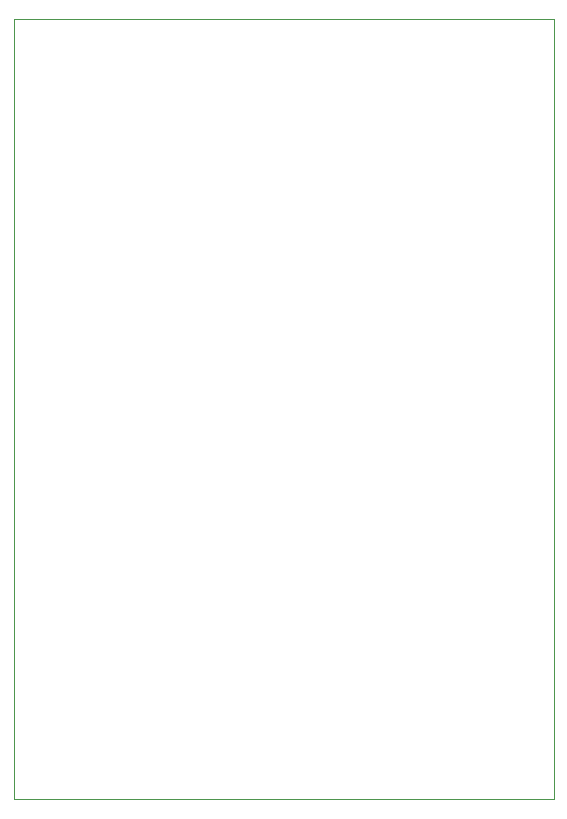
<source format=gbr>
%TF.GenerationSoftware,KiCad,Pcbnew,(5.1.10)-1*%
%TF.CreationDate,2021-10-31T23:54:57-05:00*%
%TF.ProjectId,File1,46696c65-312e-46b6-9963-61645f706362,rev?*%
%TF.SameCoordinates,Original*%
%TF.FileFunction,Profile,NP*%
%FSLAX46Y46*%
G04 Gerber Fmt 4.6, Leading zero omitted, Abs format (unit mm)*
G04 Created by KiCad (PCBNEW (5.1.10)-1) date 2021-10-31 23:54:57*
%MOMM*%
%LPD*%
G01*
G04 APERTURE LIST*
%TA.AperFunction,Profile*%
%ADD10C,0.050000*%
%TD*%
G04 APERTURE END LIST*
D10*
X30480000Y-137160000D02*
X33020000Y-137160000D01*
X30480000Y-71120000D02*
X30480000Y-137160000D01*
X76200000Y-71120000D02*
X30480000Y-71120000D01*
X76200000Y-137160000D02*
X76200000Y-71120000D01*
X33020000Y-137160000D02*
X76200000Y-137160000D01*
M02*

</source>
